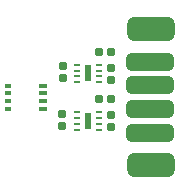
<source format=gbp>
G04*
G04 #@! TF.GenerationSoftware,Altium Limited,Altium Designer,21.5.1 (32)*
G04*
G04 Layer_Color=128*
%FSLAX25Y25*%
%MOIN*%
G70*
G04*
G04 #@! TF.SameCoordinates,46425C1A-2BEC-4B65-9795-0374EE0649E2*
G04*
G04*
G04 #@! TF.FilePolarity,Positive*
G04*
G01*
G75*
G04:AMPARAMS|DCode=13|XSize=23.62mil|YSize=25.59mil|CornerRadius=3.9mil|HoleSize=0mil|Usage=FLASHONLY|Rotation=180.000|XOffset=0mil|YOffset=0mil|HoleType=Round|Shape=RoundedRectangle|*
%AMROUNDEDRECTD13*
21,1,0.02362,0.01780,0,0,180.0*
21,1,0.01583,0.02559,0,0,180.0*
1,1,0.00780,-0.00791,0.00890*
1,1,0.00780,0.00791,0.00890*
1,1,0.00780,0.00791,-0.00890*
1,1,0.00780,-0.00791,-0.00890*
%
%ADD13ROUNDEDRECTD13*%
G04:AMPARAMS|DCode=15|XSize=23.62mil|YSize=25.59mil|CornerRadius=3.9mil|HoleSize=0mil|Usage=FLASHONLY|Rotation=90.000|XOffset=0mil|YOffset=0mil|HoleType=Round|Shape=RoundedRectangle|*
%AMROUNDEDRECTD15*
21,1,0.02362,0.01780,0,0,90.0*
21,1,0.01583,0.02559,0,0,90.0*
1,1,0.00780,0.00890,0.00791*
1,1,0.00780,0.00890,-0.00791*
1,1,0.00780,-0.00890,-0.00791*
1,1,0.00780,-0.00890,0.00791*
%
%ADD15ROUNDEDRECTD15*%
G04:AMPARAMS|DCode=49|XSize=9.84mil|YSize=19.68mil|CornerRadius=1.62mil|HoleSize=0mil|Usage=FLASHONLY|Rotation=90.000|XOffset=0mil|YOffset=0mil|HoleType=Round|Shape=RoundedRectangle|*
%AMROUNDEDRECTD49*
21,1,0.00984,0.01644,0,0,90.0*
21,1,0.00659,0.01968,0,0,90.0*
1,1,0.00325,0.00822,0.00330*
1,1,0.00325,0.00822,-0.00330*
1,1,0.00325,-0.00822,-0.00330*
1,1,0.00325,-0.00822,0.00330*
%
%ADD49ROUNDEDRECTD49*%
G04:AMPARAMS|DCode=51|XSize=19.68mil|YSize=15.75mil|CornerRadius=2.28mil|HoleSize=0mil|Usage=FLASHONLY|Rotation=180.000|XOffset=0mil|YOffset=0mil|HoleType=Round|Shape=RoundedRectangle|*
%AMROUNDEDRECTD51*
21,1,0.01968,0.01118,0,0,180.0*
21,1,0.01512,0.01575,0,0,180.0*
1,1,0.00457,-0.00756,0.00559*
1,1,0.00457,0.00756,0.00559*
1,1,0.00457,0.00756,-0.00559*
1,1,0.00457,-0.00756,-0.00559*
%
%ADD51ROUNDEDRECTD51*%
G04:AMPARAMS|DCode=52|XSize=23.62mil|YSize=15.75mil|CornerRadius=2.28mil|HoleSize=0mil|Usage=FLASHONLY|Rotation=180.000|XOffset=0mil|YOffset=0mil|HoleType=Round|Shape=RoundedRectangle|*
%AMROUNDEDRECTD52*
21,1,0.02362,0.01118,0,0,180.0*
21,1,0.01906,0.01575,0,0,180.0*
1,1,0.00457,-0.00953,0.00559*
1,1,0.00457,0.00953,0.00559*
1,1,0.00457,0.00953,-0.00559*
1,1,0.00457,-0.00953,-0.00559*
%
%ADD52ROUNDEDRECTD52*%
G04:AMPARAMS|DCode=53|XSize=157.48mil|YSize=78.74mil|CornerRadius=19.68mil|HoleSize=0mil|Usage=FLASHONLY|Rotation=0.000|XOffset=0mil|YOffset=0mil|HoleType=Round|Shape=RoundedRectangle|*
%AMROUNDEDRECTD53*
21,1,0.15748,0.03937,0,0,0.0*
21,1,0.11811,0.07874,0,0,0.0*
1,1,0.03937,0.05906,-0.01968*
1,1,0.03937,-0.05906,-0.01968*
1,1,0.03937,-0.05906,0.01968*
1,1,0.03937,0.05906,0.01968*
%
%ADD53ROUNDEDRECTD53*%
G04:AMPARAMS|DCode=54|XSize=157.48mil|YSize=59.06mil|CornerRadius=14.76mil|HoleSize=0mil|Usage=FLASHONLY|Rotation=180.000|XOffset=0mil|YOffset=0mil|HoleType=Round|Shape=RoundedRectangle|*
%AMROUNDEDRECTD54*
21,1,0.15748,0.02953,0,0,180.0*
21,1,0.12795,0.05906,0,0,180.0*
1,1,0.02953,-0.06398,0.01476*
1,1,0.02953,0.06398,0.01476*
1,1,0.02953,0.06398,-0.01476*
1,1,0.02953,-0.06398,-0.01476*
%
%ADD54ROUNDEDRECTD54*%
G04:AMPARAMS|DCode=64|XSize=19.68mil|YSize=51.18mil|CornerRadius=0mil|HoleSize=0mil|Usage=FLASHONLY|Rotation=180.000|XOffset=0mil|YOffset=0mil|HoleType=Round|Shape=RoundedRectangle|*
%AMROUNDEDRECTD64*
21,1,0.01968,0.05118,0,0,180.0*
21,1,0.01968,0.05118,0,0,180.0*
1,1,0.00000,-0.00984,0.02559*
1,1,0.00000,0.00984,0.02559*
1,1,0.00000,0.00984,-0.02559*
1,1,0.00000,-0.00984,-0.02559*
%
%ADD64ROUNDEDRECTD64*%
D13*
X71457Y44685D02*
D03*
X75394D02*
D03*
Y28937D02*
D03*
X71457D02*
D03*
D15*
X75492Y23622D02*
D03*
Y19685D02*
D03*
X59153Y23819D02*
D03*
Y19882D02*
D03*
X59350Y36024D02*
D03*
Y39961D02*
D03*
X75492Y39272D02*
D03*
Y35335D02*
D03*
D49*
X63976Y24606D02*
D03*
X63976Y22638D02*
D03*
Y20669D02*
D03*
X63976Y18701D02*
D03*
X71457D02*
D03*
Y20669D02*
D03*
X71457Y22638D02*
D03*
Y24606D02*
D03*
X63976Y40354D02*
D03*
Y38386D02*
D03*
X63976Y36417D02*
D03*
X63976Y34449D02*
D03*
X71457Y34449D02*
D03*
Y36417D02*
D03*
Y38386D02*
D03*
Y40354D02*
D03*
D51*
X40905Y33366D02*
D03*
Y25689D02*
D03*
Y28248D02*
D03*
Y30807D02*
D03*
D52*
X52756Y25689D02*
D03*
Y28248D02*
D03*
Y30807D02*
D03*
Y33366D02*
D03*
D53*
X88583Y6890D02*
D03*
Y52165D02*
D03*
D54*
X88189Y17717D02*
D03*
Y41339D02*
D03*
Y33465D02*
D03*
Y25591D02*
D03*
D64*
X67716Y21654D02*
D03*
X67716Y37402D02*
D03*
M02*

</source>
